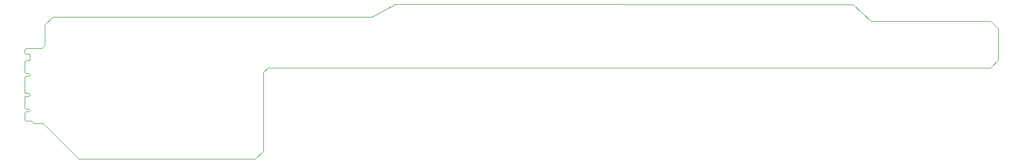
<source format=gbr>
%TF.GenerationSoftware,KiCad,Pcbnew,8.0.7*%
%TF.CreationDate,2025-01-15T17:22:49+01:00*%
%TF.ProjectId,n64rgb_v3,6e363472-6762-45f7-9633-2e6b69636164,20241213.diy*%
%TF.SameCoordinates,Original*%
%TF.FileFunction,Profile,NP*%
%FSLAX46Y46*%
G04 Gerber Fmt 4.6, Leading zero omitted, Abs format (unit mm)*
G04 Created by KiCad (PCBNEW 8.0.7) date 2025-01-15 17:22:49*
%MOMM*%
%LPD*%
G01*
G04 APERTURE LIST*
%TA.AperFunction,Profile*%
%ADD10C,0.100000*%
%TD*%
G04 APERTURE END LIST*
D10*
X69240000Y-122370000D02*
X70020000Y-121657194D01*
X29980000Y-122480200D02*
X29980000Y-120599200D01*
X91000000Y-111200000D02*
X166344594Y-111244594D01*
X29990000Y-118668800D02*
X30175200Y-118465600D01*
X30170200Y-125839600D02*
X29980000Y-125700000D01*
X29990000Y-119210400D02*
X29990000Y-118668800D01*
X33320000Y-114575000D02*
X33320000Y-117910000D01*
X30678200Y-125839600D02*
X30170200Y-125839600D01*
X38870000Y-136650000D02*
X33020000Y-130810000D01*
X69240000Y-135350000D02*
X69240000Y-122370000D01*
X31750000Y-130810000D02*
X33020000Y-130810000D01*
X30784800Y-130403600D02*
X31089600Y-130403600D01*
X30830600Y-122772200D02*
X30678200Y-122619800D01*
X30683200Y-119350000D02*
X30175200Y-119350000D01*
X30835600Y-119502400D02*
X30835600Y-120294400D01*
X30835600Y-119502400D02*
X30683200Y-119350000D01*
X29980000Y-125700000D02*
X29980000Y-123176200D01*
X30830600Y-125992000D02*
X30678200Y-125839600D01*
X190264594Y-115256394D02*
X188994594Y-113986394D01*
X169246044Y-113986394D02*
X166343144Y-111244594D01*
X30784800Y-118465600D02*
X32760000Y-118465600D01*
X30170200Y-128439600D02*
X29980000Y-128300000D01*
X67910000Y-136650000D02*
X38870000Y-136650000D01*
X30683200Y-123023800D02*
X30835600Y-122871400D01*
X29980000Y-120599200D02*
X30175200Y-120446800D01*
X32760000Y-118465600D02*
X33320000Y-117910000D01*
X190264594Y-120336394D02*
X188994594Y-121657194D01*
X30683200Y-126297600D02*
X30835600Y-126145200D01*
X31496000Y-130810000D02*
X31750000Y-130810000D01*
X29980000Y-130251200D02*
X30175200Y-130403600D01*
X31089600Y-130403600D02*
X31496000Y-130810000D01*
X30678200Y-128439600D02*
X30170200Y-128439600D01*
X30830600Y-125992000D02*
X30835600Y-126145200D01*
X29980000Y-129050000D02*
X30175200Y-128897600D01*
X29980000Y-126450000D02*
X30175200Y-126297600D01*
X190264594Y-120336394D02*
X190264594Y-115256394D01*
X29980000Y-123176200D02*
X30175200Y-123023800D01*
X30175200Y-120446800D02*
X30683200Y-120446800D01*
X30683200Y-128897600D02*
X30835600Y-128745200D01*
X30683200Y-123023800D02*
X30175200Y-123023800D01*
X34610000Y-113290000D02*
X33320000Y-114575000D01*
X34610000Y-113290000D02*
X87122000Y-113283584D01*
X87122000Y-113284000D02*
X91000000Y-111200000D01*
X30175200Y-118465600D02*
X30784800Y-118465600D01*
X30830600Y-128592000D02*
X30678200Y-128439600D01*
X30683200Y-120446800D02*
X30835600Y-120294400D01*
X67910000Y-136650000D02*
X69240000Y-135350000D01*
X188994594Y-113986394D02*
X169246044Y-113986394D01*
X30175200Y-119350000D02*
X29990000Y-119210400D01*
X29980000Y-128300000D02*
X29980000Y-126450000D01*
X30175200Y-130403600D02*
X30784800Y-130403600D01*
X30683200Y-128897600D02*
X30175200Y-128897600D01*
X30830600Y-128592000D02*
X30835600Y-128745200D01*
X30678200Y-122619800D02*
X30170200Y-122619800D01*
X30170200Y-122619800D02*
X29980000Y-122480200D01*
X29980000Y-130251200D02*
X29980000Y-129050000D01*
X30830600Y-122772200D02*
X30835600Y-122871400D01*
X70020000Y-121657194D02*
X188994594Y-121657194D01*
X30683200Y-126297600D02*
X30175200Y-126297600D01*
M02*

</source>
